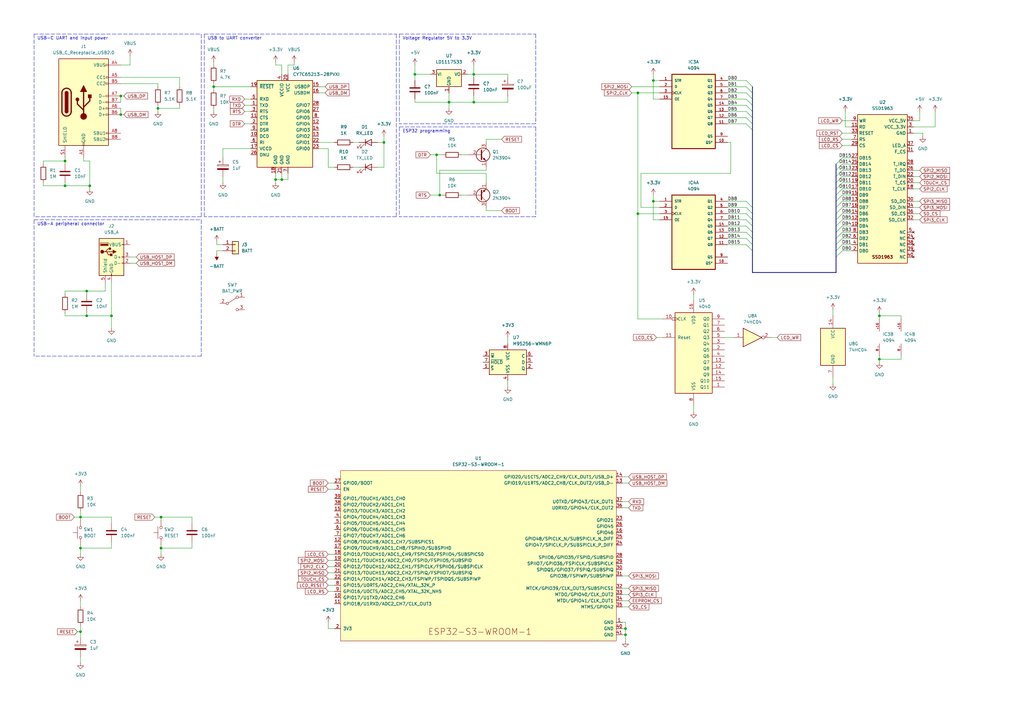
<source format=kicad_sch>
(kicad_sch (version 20211123) (generator eeschema)
  (paper "A3")
  (junction (at 180.34 80.01))
  (junction (at 360.68 129.54))
  (junction (at 261.62 38.1))
  (junction (at 33.02 224.79))
  (junction (at 267.97 82.55))
  (junction (at 33.02 212.09))
  (junction (at 26.67 66.04))
  (junction (at 115.57 73.66))
  (junction (at 36.83 76.2))
  (junction (at 179.07 63.5))
  (junction (at 64.77 44.45))
  (junction (at 66.04 212.09))
  (junction (at 33.02 259.08))
  (junction (at 184.15 41.91))
  (junction (at 360.68 147.32))
  (junction (at 26.67 76.2))
  (junction (at 113.03 73.66))
  (junction (at 35.56 129.54))
  (junction (at 87.63 35.56))
  (junction (at 45.72 129.54))
  (junction (at 49.53 46.99))
  (junction (at 261.62 87.63))
  (junction (at 194.31 41.91))
  (junction (at 49.53 39.37))
  (junction (at 194.31 30.48))
  (junction (at 35.56 119.38))
  (junction (at 256.54 260.35))
  (junction (at 267.97 33.02))
  (junction (at 170.18 30.48))
  (junction (at 256.54 257.81))
  (junction (at 157.48 58.42))
  (junction (at 66.04 224.79))
  (bus_entry (at 308.61 102.87) (size -2.54 -2.54))
  (bus_entry (at 308.61 100.33) (size -2.54 -2.54))
  (bus_entry (at 308.61 97.79) (size -2.54 -2.54))
  (bus_entry (at 308.61 95.25) (size -2.54 -2.54))
  (bus_entry (at 308.61 92.71) (size -2.54 -2.54))
  (bus_entry (at 308.61 90.17) (size -2.54 -2.54))
  (bus_entry (at 308.61 87.63) (size -2.54 -2.54))
  (bus_entry (at 308.61 85.09) (size -2.54 -2.54))
  (bus_entry (at 308.61 53.34) (size -2.54 -2.54))
  (bus_entry (at 308.61 50.8) (size -2.54 -2.54))
  (bus_entry (at 308.61 48.26) (size -2.54 -2.54))
  (bus_entry (at 308.61 45.72) (size -2.54 -2.54))
  (bus_entry (at 308.61 43.18) (size -2.54 -2.54))
  (bus_entry (at 308.61 40.64) (size -2.54 -2.54))
  (bus_entry (at 308.61 38.1) (size -2.54 -2.54))
  (bus_entry (at 308.61 35.56) (size -2.54 -2.54))
  (bus_entry (at 342.9 77.47) (size 2.54 -2.54))
  (bus_entry (at 342.9 80.01) (size 2.54 -2.54))
  (bus_entry (at 342.9 82.55) (size 2.54 -2.54))
  (bus_entry (at 342.9 85.09) (size 2.54 -2.54))
  (bus_entry (at 342.9 67.31) (size 2.54 -2.54))
  (bus_entry (at 342.9 69.85) (size 2.54 -2.54))
  (bus_entry (at 342.9 72.39) (size 2.54 -2.54))
  (bus_entry (at 342.9 74.93) (size 2.54 -2.54))
  (bus_entry (at 342.9 87.63) (size 2.54 -2.54))
  (bus_entry (at 342.9 90.17) (size 2.54 -2.54))
  (bus_entry (at 342.9 92.71) (size 2.54 -2.54))
  (bus_entry (at 342.9 100.33) (size 2.54 -2.54))
  (bus_entry (at 342.9 102.87) (size 2.54 -2.54))
  (bus_entry (at 342.9 105.41) (size 2.54 -2.54))
  (bus_entry (at 342.9 95.25) (size 2.54 -2.54))
  (bus_entry (at 342.9 97.79) (size 2.54 -2.54))
  (wire (pts (xy 208.28 156.21) (xy 208.28 158.75)))
  (bus (pts (xy 342.9 90.17) (xy 342.9 92.71)))
  (wire (pts (xy 49.53 26.67) (xy 53.34 26.67)))
  (polyline (pts (xy 219.71 52.07) (xy 219.71 88.9)))
  (wire (pts (xy 255.27 208.28) (xy 257.81 208.28)))
  (wire (pts (xy 189.23 63.5) (xy 191.77 63.5)))
  (wire (pts (xy 49.53 31.75) (xy 73.66 31.75)))
  (wire (pts (xy 87.63 34.29) (xy 87.63 35.56)))
  (wire (pts (xy 194.31 30.48) (xy 208.28 30.48)))
  (wire (pts (xy 17.78 74.93) (xy 17.78 76.2)))
  (wire (pts (xy 34.29 66.04) (xy 36.83 66.04)))
  (polyline (pts (xy 13.97 13.97) (xy 13.97 88.9)))
  (wire (pts (xy 298.45 87.63) (xy 306.07 87.63)))
  (wire (pts (xy 298.45 43.18) (xy 306.07 43.18)))
  (wire (pts (xy 298.45 58.42) (xy 299.72 58.42)))
  (polyline (pts (xy 219.71 50.8) (xy 163.83 50.8)))
  (wire (pts (xy 184.15 41.91) (xy 194.31 41.91)))
  (wire (pts (xy 378.46 54.61) (xy 378.46 55.88)))
  (bus (pts (xy 342.9 105.41) (xy 342.9 111.76)))
  (wire (pts (xy 91.44 72.39) (xy 91.44 74.93)))
  (wire (pts (xy 316.23 138.43) (xy 318.77 138.43)))
  (wire (pts (xy 113.03 71.12) (xy 113.03 73.66)))
  (wire (pts (xy 270.51 90.17) (xy 267.97 90.17)))
  (wire (pts (xy 66.04 224.79) (xy 78.74 224.79)))
  (wire (pts (xy 345.44 69.85) (xy 349.25 69.85)))
  (wire (pts (xy 259.08 38.1) (xy 261.62 38.1)))
  (wire (pts (xy 255.27 246.38) (xy 257.81 246.38)))
  (wire (pts (xy 130.81 38.1) (xy 133.35 38.1)))
  (wire (pts (xy 345.44 54.61) (xy 349.25 54.61)))
  (wire (pts (xy 45.72 214.63) (xy 45.72 212.09)))
  (wire (pts (xy 115.57 30.48) (xy 115.57 26.67)))
  (wire (pts (xy 298.45 95.25) (xy 306.07 95.25)))
  (wire (pts (xy 267.97 82.55) (xy 267.97 90.17)))
  (wire (pts (xy 134.62 232.41) (xy 137.16 232.41)))
  (wire (pts (xy 255.27 205.74) (xy 257.81 205.74)))
  (bus (pts (xy 308.61 43.18) (xy 308.61 45.72)))
  (polyline (pts (xy 163.83 52.07) (xy 219.71 52.07)))
  (wire (pts (xy 33.02 209.55) (xy 33.02 212.09)))
  (wire (pts (xy 115.57 71.12) (xy 115.57 73.66)))
  (wire (pts (xy 345.44 59.69) (xy 349.25 59.69)))
  (wire (pts (xy 26.67 128.27) (xy 26.67 129.54)))
  (wire (pts (xy 34.29 64.77) (xy 34.29 66.04)))
  (wire (pts (xy 256.54 260.35) (xy 256.54 262.89)))
  (wire (pts (xy 66.04 212.09) (xy 66.04 213.36)))
  (wire (pts (xy 199.39 57.15) (xy 199.39 58.42)))
  (wire (pts (xy 100.33 43.18) (xy 102.87 43.18)))
  (wire (pts (xy 298.45 48.26) (xy 306.07 48.26)))
  (bus (pts (xy 308.61 102.87) (xy 308.61 111.76)))
  (wire (pts (xy 91.44 60.96) (xy 91.44 64.77)))
  (wire (pts (xy 345.44 97.79) (xy 349.25 97.79)))
  (wire (pts (xy 374.65 85.09) (xy 377.19 85.09)))
  (wire (pts (xy 100.33 50.8) (xy 102.87 50.8)))
  (bus (pts (xy 342.9 74.93) (xy 342.9 77.47)))
  (wire (pts (xy 33.02 199.39) (xy 33.02 201.93)))
  (bus (pts (xy 342.9 67.31) (xy 342.9 69.85)))
  (wire (pts (xy 360.68 147.32) (xy 369.57 147.32)))
  (wire (pts (xy 299.72 71.12) (xy 262.89 71.12)))
  (wire (pts (xy 345.44 77.47) (xy 349.25 77.47)))
  (wire (pts (xy 345.44 72.39) (xy 349.25 72.39)))
  (polyline (pts (xy 163.83 13.97) (xy 163.83 50.8)))
  (wire (pts (xy 45.72 224.79) (xy 33.02 224.79)))
  (wire (pts (xy 262.89 71.12) (xy 262.89 85.09)))
  (wire (pts (xy 180.34 69.85) (xy 180.34 80.01)))
  (wire (pts (xy 255.27 260.35) (xy 256.54 260.35)))
  (wire (pts (xy 345.44 100.33) (xy 349.25 100.33)))
  (wire (pts (xy 297.18 138.43) (xy 300.99 138.43)))
  (wire (pts (xy 137.16 257.81) (xy 134.62 257.81)))
  (polyline (pts (xy 82.55 13.97) (xy 82.55 88.9)))
  (wire (pts (xy 26.67 76.2) (xy 26.67 74.93)))
  (wire (pts (xy 134.62 257.81) (xy 134.62 255.27)))
  (polyline (pts (xy 13.97 13.97) (xy 82.55 13.97)))
  (polyline (pts (xy 83.82 13.97) (xy 162.56 13.97)))
  (polyline (pts (xy 82.55 90.17) (xy 82.55 146.05)))
  (wire (pts (xy 120.65 26.67) (xy 118.11 26.67)))
  (wire (pts (xy 374.65 49.53) (xy 377.19 49.53)))
  (bus (pts (xy 308.61 40.64) (xy 308.61 43.18)))
  (wire (pts (xy 49.53 44.45) (xy 49.53 46.99)))
  (wire (pts (xy 299.72 58.42) (xy 299.72 71.12)))
  (wire (pts (xy 270.51 33.02) (xy 267.97 33.02)))
  (wire (pts (xy 115.57 26.67) (xy 113.03 26.67)))
  (wire (pts (xy 374.65 69.85) (xy 377.19 69.85)))
  (bus (pts (xy 342.9 80.01) (xy 342.9 82.55)))
  (bus (pts (xy 342.9 100.33) (xy 342.9 102.87)))
  (wire (pts (xy 284.48 166.37) (xy 284.48 168.91)))
  (wire (pts (xy 91.44 102.87) (xy 88.9 102.87)))
  (bus (pts (xy 342.9 72.39) (xy 342.9 74.93)))
  (wire (pts (xy 134.62 242.57) (xy 137.16 242.57)))
  (wire (pts (xy 43.18 115.57) (xy 43.18 119.38)))
  (wire (pts (xy 255.27 241.3) (xy 257.81 241.3)))
  (wire (pts (xy 255.27 195.58) (xy 257.81 195.58)))
  (wire (pts (xy 49.53 39.37) (xy 49.53 41.91)))
  (wire (pts (xy 374.65 52.07) (xy 383.54 52.07)))
  (wire (pts (xy 100.33 40.64) (xy 102.87 40.64)))
  (wire (pts (xy 35.56 129.54) (xy 35.56 128.27)))
  (wire (pts (xy 262.89 85.09) (xy 270.51 85.09)))
  (wire (pts (xy 179.07 63.5) (xy 181.61 63.5)))
  (wire (pts (xy 33.02 259.08) (xy 33.02 261.62)))
  (wire (pts (xy 33.02 246.38) (xy 33.02 248.92)))
  (wire (pts (xy 369.57 147.32) (xy 369.57 146.05)))
  (wire (pts (xy 383.54 52.07) (xy 383.54 45.72)))
  (bus (pts (xy 308.61 38.1) (xy 308.61 40.64)))
  (wire (pts (xy 64.77 44.45) (xy 64.77 45.72)))
  (wire (pts (xy 374.65 82.55) (xy 377.19 82.55)))
  (wire (pts (xy 267.97 82.55) (xy 267.97 80.01)))
  (wire (pts (xy 26.67 120.65) (xy 26.67 119.38)))
  (wire (pts (xy 157.48 55.88) (xy 157.48 58.42)))
  (polyline (pts (xy 163.83 13.97) (xy 219.71 13.97)))
  (wire (pts (xy 102.87 35.56) (xy 87.63 35.56)))
  (wire (pts (xy 64.77 44.45) (xy 73.66 44.45)))
  (bus (pts (xy 342.9 87.63) (xy 342.9 90.17)))
  (wire (pts (xy 199.39 74.93) (xy 199.39 71.12)))
  (wire (pts (xy 176.53 80.01) (xy 180.34 80.01)))
  (bus (pts (xy 342.9 77.47) (xy 342.9 80.01)))
  (wire (pts (xy 341.63 154.94) (xy 341.63 157.48)))
  (bus (pts (xy 308.61 45.72) (xy 308.61 48.26)))
  (wire (pts (xy 26.67 66.04) (xy 26.67 67.31)))
  (polyline (pts (xy 82.55 88.9) (xy 13.97 88.9)))
  (bus (pts (xy 308.61 111.76) (xy 342.9 111.76)))
  (wire (pts (xy 134.62 68.58) (xy 137.16 68.58)))
  (wire (pts (xy 134.62 198.12) (xy 137.16 198.12)))
  (wire (pts (xy 157.48 68.58) (xy 157.48 58.42)))
  (wire (pts (xy 118.11 26.67) (xy 118.11 30.48)))
  (wire (pts (xy 374.65 87.63) (xy 377.19 87.63)))
  (wire (pts (xy 113.03 73.66) (xy 113.03 74.93)))
  (wire (pts (xy 298.45 40.64) (xy 306.07 40.64)))
  (polyline (pts (xy 13.97 90.17) (xy 13.97 146.05)))
  (wire (pts (xy 170.18 30.48) (xy 170.18 33.02)))
  (wire (pts (xy 78.74 214.63) (xy 78.74 212.09)))
  (wire (pts (xy 341.63 127) (xy 341.63 129.54)))
  (wire (pts (xy 176.53 30.48) (xy 170.18 30.48)))
  (wire (pts (xy 208.28 138.43) (xy 208.28 140.97)))
  (wire (pts (xy 208.28 41.91) (xy 208.28 39.37)))
  (wire (pts (xy 100.33 45.72) (xy 102.87 45.72)))
  (wire (pts (xy 87.63 35.56) (xy 87.63 36.83)))
  (wire (pts (xy 255.27 255.27) (xy 256.54 255.27)))
  (wire (pts (xy 134.62 234.95) (xy 137.16 234.95)))
  (wire (pts (xy 255.27 236.22) (xy 257.81 236.22)))
  (wire (pts (xy 345.44 92.71) (xy 349.25 92.71)))
  (wire (pts (xy 134.62 60.96) (xy 134.62 68.58)))
  (wire (pts (xy 298.45 85.09) (xy 306.07 85.09)))
  (wire (pts (xy 180.34 80.01) (xy 181.61 80.01)))
  (wire (pts (xy 88.9 102.87) (xy 88.9 104.14)))
  (wire (pts (xy 374.65 54.61) (xy 378.46 54.61)))
  (wire (pts (xy 134.62 240.03) (xy 137.16 240.03)))
  (bus (pts (xy 308.61 92.71) (xy 308.61 95.25)))
  (wire (pts (xy 33.02 224.79) (xy 33.02 227.33)))
  (bus (pts (xy 308.61 53.34) (xy 308.61 85.09)))
  (wire (pts (xy 267.97 33.02) (xy 267.97 40.64)))
  (wire (pts (xy 35.56 119.38) (xy 35.56 120.65)))
  (wire (pts (xy 113.03 26.67) (xy 113.03 25.4)))
  (wire (pts (xy 53.34 107.95) (xy 55.88 107.95)))
  (wire (pts (xy 346.71 45.72) (xy 346.71 52.07)))
  (wire (pts (xy 360.68 129.54) (xy 360.68 130.81)))
  (wire (pts (xy 360.68 147.32) (xy 360.68 148.59)))
  (wire (pts (xy 345.44 102.87) (xy 349.25 102.87)))
  (wire (pts (xy 255.27 257.81) (xy 256.54 257.81)))
  (wire (pts (xy 176.53 63.5) (xy 179.07 63.5)))
  (wire (pts (xy 345.44 74.93) (xy 349.25 74.93)))
  (wire (pts (xy 118.11 71.12) (xy 118.11 73.66)))
  (wire (pts (xy 191.77 30.48) (xy 194.31 30.48)))
  (wire (pts (xy 36.83 76.2) (xy 26.67 76.2)))
  (wire (pts (xy 345.44 95.25) (xy 349.25 95.25)))
  (wire (pts (xy 199.39 86.36) (xy 199.39 85.09)))
  (wire (pts (xy 73.66 43.18) (xy 73.66 44.45)))
  (wire (pts (xy 377.19 49.53) (xy 377.19 45.72)))
  (wire (pts (xy 170.18 41.91) (xy 184.15 41.91)))
  (wire (pts (xy 91.44 100.33) (xy 88.9 100.33)))
  (bus (pts (xy 308.61 95.25) (xy 308.61 97.79)))
  (wire (pts (xy 345.44 64.77) (xy 349.25 64.77)))
  (polyline (pts (xy 163.83 52.07) (xy 163.83 88.9)))
  (wire (pts (xy 179.07 71.12) (xy 179.07 63.5)))
  (bus (pts (xy 308.61 50.8) (xy 308.61 53.34)))
  (wire (pts (xy 134.62 229.87) (xy 137.16 229.87)))
  (wire (pts (xy 360.68 128.27) (xy 360.68 129.54)))
  (wire (pts (xy 66.04 223.52) (xy 66.04 224.79)))
  (bus (pts (xy 342.9 69.85) (xy 342.9 72.39)))
  (wire (pts (xy 259.08 35.56) (xy 270.51 35.56)))
  (wire (pts (xy 35.56 129.54) (xy 45.72 129.54)))
  (wire (pts (xy 345.44 80.01) (xy 349.25 80.01)))
  (wire (pts (xy 154.94 68.58) (xy 157.48 68.58)))
  (wire (pts (xy 26.67 64.77) (xy 26.67 66.04)))
  (polyline (pts (xy 83.82 13.97) (xy 83.82 88.9)))
  (wire (pts (xy 256.54 257.81) (xy 256.54 260.35)))
  (wire (pts (xy 49.53 34.29) (xy 64.77 34.29)))
  (wire (pts (xy 170.18 40.64) (xy 170.18 41.91)))
  (wire (pts (xy 36.83 76.2) (xy 36.83 77.47)))
  (wire (pts (xy 261.62 87.63) (xy 270.51 87.63)))
  (wire (pts (xy 64.77 43.18) (xy 64.77 44.45)))
  (wire (pts (xy 345.44 49.53) (xy 349.25 49.53)))
  (bus (pts (xy 342.9 97.79) (xy 342.9 100.33)))
  (wire (pts (xy 194.31 39.37) (xy 194.31 41.91)))
  (wire (pts (xy 194.31 41.91) (xy 208.28 41.91)))
  (wire (pts (xy 345.44 82.55) (xy 349.25 82.55)))
  (wire (pts (xy 45.72 115.57) (xy 45.72 129.54)))
  (wire (pts (xy 374.65 90.17) (xy 377.19 90.17)))
  (wire (pts (xy 298.45 50.8) (xy 306.07 50.8)))
  (bus (pts (xy 308.61 48.26) (xy 308.61 50.8)))
  (wire (pts (xy 194.31 26.67) (xy 194.31 30.48)))
  (wire (pts (xy 255.27 198.12) (xy 257.81 198.12)))
  (wire (pts (xy 360.68 146.05) (xy 360.68 147.32)))
  (wire (pts (xy 255.27 243.84) (xy 257.81 243.84)))
  (bus (pts (xy 342.9 82.55) (xy 342.9 85.09)))
  (wire (pts (xy 33.02 212.09) (xy 45.72 212.09)))
  (wire (pts (xy 130.81 60.96) (xy 134.62 60.96)))
  (bus (pts (xy 308.61 100.33) (xy 308.61 102.87)))
  (wire (pts (xy 270.51 38.1) (xy 261.62 38.1)))
  (wire (pts (xy 33.02 256.54) (xy 33.02 259.08)))
  (polyline (pts (xy 82.55 146.05) (xy 13.97 146.05)))
  (wire (pts (xy 298.45 100.33) (xy 306.07 100.33)))
  (wire (pts (xy 78.74 224.79) (xy 78.74 222.25)))
  (wire (pts (xy 360.68 129.54) (xy 369.57 129.54)))
  (wire (pts (xy 170.18 26.67) (xy 170.18 30.48)))
  (wire (pts (xy 374.65 77.47) (xy 377.19 77.47)))
  (wire (pts (xy 208.28 31.75) (xy 208.28 30.48)))
  (wire (pts (xy 130.81 35.56) (xy 133.35 35.56)))
  (wire (pts (xy 134.62 200.66) (xy 137.16 200.66)))
  (wire (pts (xy 184.15 41.91) (xy 184.15 38.1)))
  (wire (pts (xy 66.04 224.79) (xy 66.04 227.33)))
  (wire (pts (xy 63.5 212.09) (xy 66.04 212.09)))
  (polyline (pts (xy 219.71 88.9) (xy 163.83 88.9)))
  (wire (pts (xy 154.94 58.42) (xy 157.48 58.42)))
  (wire (pts (xy 194.31 30.48) (xy 194.31 31.75)))
  (bus (pts (xy 342.9 102.87) (xy 342.9 105.41)))
  (polyline (pts (xy 219.71 13.97) (xy 219.71 50.8)))
  (wire (pts (xy 87.63 25.4) (xy 87.63 26.67)))
  (wire (pts (xy 184.15 41.91) (xy 184.15 44.45)))
  (wire (pts (xy 267.97 30.48) (xy 267.97 33.02)))
  (bus (pts (xy 342.9 85.09) (xy 342.9 87.63)))
  (bus (pts (xy 308.61 87.63) (xy 308.61 90.17)))
  (wire (pts (xy 64.77 34.29) (xy 64.77 35.56)))
  (bus (pts (xy 342.9 92.71) (xy 342.9 95.25)))
  (wire (pts (xy 26.67 119.38) (xy 35.56 119.38)))
  (wire (pts (xy 271.78 130.81) (xy 261.62 130.81)))
  (wire (pts (xy 199.39 68.58) (xy 199.39 69.85)))
  (wire (pts (xy 134.62 227.33) (xy 137.16 227.33)))
  (wire (pts (xy 43.18 119.38) (xy 35.56 119.38)))
  (wire (pts (xy 45.72 129.54) (xy 45.72 134.62)))
  (wire (pts (xy 49.53 46.99) (xy 50.8 46.99)))
  (wire (pts (xy 345.44 85.09) (xy 349.25 85.09)))
  (bus (pts (xy 308.61 85.09) (xy 308.61 87.63)))
  (wire (pts (xy 369.57 130.81) (xy 369.57 129.54)))
  (wire (pts (xy 134.62 237.49) (xy 137.16 237.49)))
  (wire (pts (xy 53.34 26.67) (xy 53.34 22.86)))
  (bus (pts (xy 308.61 90.17) (xy 308.61 92.71)))
  (wire (pts (xy 73.66 31.75) (xy 73.66 35.56)))
  (wire (pts (xy 345.44 67.31) (xy 349.25 67.31)))
  (wire (pts (xy 298.45 38.1) (xy 306.07 38.1)))
  (wire (pts (xy 349.25 52.07) (xy 346.71 52.07)))
  (bus (pts (xy 342.9 95.25) (xy 342.9 97.79)))
  (polyline (pts (xy 162.56 88.9) (xy 83.82 88.9)))
  (wire (pts (xy 189.23 80.01) (xy 191.77 80.01)))
  (wire (pts (xy 87.63 44.45) (xy 87.63 45.72)))
  (wire (pts (xy 130.81 58.42) (xy 137.16 58.42)))
  (wire (pts (xy 30.48 212.09) (xy 33.02 212.09)))
  (wire (pts (xy 17.78 67.31) (xy 17.78 66.04)))
  (polyline (pts (xy 13.97 90.17) (xy 82.55 90.17)))
  (wire (pts (xy 298.45 82.55) (xy 306.07 82.55)))
  (wire (pts (xy 298.45 35.56) (xy 306.07 35.56)))
  (wire (pts (xy 374.65 74.93) (xy 377.19 74.93)))
  (bus (pts (xy 308.61 97.79) (xy 308.61 100.33)))
  (wire (pts (xy 33.02 269.24) (xy 33.02 271.78)))
  (wire (pts (xy 17.78 76.2) (xy 26.67 76.2)))
  (wire (pts (xy 374.65 72.39) (xy 377.19 72.39)))
  (wire (pts (xy 256.54 255.27) (xy 256.54 257.81)))
  (wire (pts (xy 66.04 212.09) (xy 78.74 212.09)))
  (wire (pts (xy 261.62 87.63) (xy 261.62 130.81)))
  (wire (pts (xy 144.78 68.58) (xy 147.32 68.58)))
  (wire (pts (xy 53.34 105.41) (xy 55.88 105.41)))
  (wire (pts (xy 49.53 39.37) (xy 50.8 39.37)))
  (wire (pts (xy 45.72 222.25) (xy 45.72 224.79)))
  (wire (pts (xy 298.45 90.17) (xy 306.07 90.17)))
  (wire (pts (xy 269.24 138.43) (xy 271.78 138.43)))
  (wire (pts (xy 261.62 38.1) (xy 261.62 87.63)))
  (wire (pts (xy 298.45 92.71) (xy 306.07 92.71)))
  (wire (pts (xy 113.03 73.66) (xy 115.57 73.66)))
  (wire (pts (xy 345.44 57.15) (xy 349.25 57.15)))
  (wire (pts (xy 33.02 224.79) (xy 33.02 223.52)))
  (wire (pts (xy 199.39 69.85) (xy 180.34 69.85)))
  (wire (pts (xy 36.83 66.04) (xy 36.83 76.2)))
  (wire (pts (xy 284.48 120.65) (xy 284.48 123.19)))
  (wire (pts (xy 298.45 33.02) (xy 306.07 33.02)))
  (wire (pts (xy 205.74 57.15) (xy 199.39 57.15)))
  (wire (pts (xy 298.45 97.79) (xy 306.07 97.79)))
  (wire (pts (xy 270.51 82.55) (xy 267.97 82.55)))
  (wire (pts (xy 345.44 87.63) (xy 349.25 87.63)))
  (wire (pts (xy 33.02 212.09) (xy 33.02 213.36)))
  (wire (pts (xy 345.44 90.17) (xy 349.25 90.17)))
  (wire (pts (xy 270.51 40.64) (xy 267.97 40.64)))
  (wire (pts (xy 255.27 248.92) (xy 257.81 248.92)))
  (wire (pts (xy 120.65 25.4) (xy 120.65 26.67)))
  (wire (pts (xy 115.57 73.66) (xy 118.11 73.66)))
  (wire (pts (xy 17.78 66.04) (xy 26.67 66.04)))
  (wire (pts (xy 102.87 60.96) (xy 91.44 60.96)))
  (wire (pts (xy 88.9 100.33) (xy 88.9 99.06)))
  (wire (pts (xy 26.67 129.54) (xy 35.56 129.54)))
  (wire (pts (xy 298.45 45.72) (xy 306.07 45.72)))
  (wire (pts (xy 31.75 259.08) (xy 33.02 259.08)))
  (polyline (pts (xy 162.56 13.97) (xy 162.56 88.9)))
  (wire (pts (xy 144.78 58.42) (xy 147.32 58.42)))
  (bus (pts (xy 308.61 35.56) (xy 308.61 38.1)))
  (wire (pts (xy 205.74 86.36) (xy 199.39 86.36)))
  (wire (pts (xy 199.39 71.12) (xy 179.07 71.12)))
  (text "USB-A peripheral connector" (at 15.24 92.71 0) (effects (font (size 1.27 1.27)) (justify left bottom)))
  (text "ESP32 programming" (at 165.1 54.61 0) (effects (font (size 1.27 1.27)) (justify left bottom)))
  (text "Voltage Regulator 5V to 3.3V" (at 165.1 16.51 0) (effects (font (size 1.27 1.27)) (justify left bottom)))
  (text "USB to UART converter" (at 85.09 16.51 0) (effects (font (size 1.27 1.27)) (justify left bottom)))
  (text "USB-C UART and input power" (at 15.24 16.51 0) (effects (font (size 1.27 1.27)) (justify left bottom)))
  (label "DB5" (at 298.45 45.72 0))
  (label "DB2" (at 298.45 38.1 0))
  (label "DB10" (at 298.45 87.63 0))
  (label "DB15" (at 349.25 64.77 180))
  (label "DB3" (at 349.25 95.25 180))
  (label "DB6" (at 349.25 87.63 180))
  (label "DB8" (at 349.25 82.55 180))
  (label "DB7" (at 349.25 85.09 180))
  (label "DB14" (at 349.25 67.31 180))
  (label "DB3" (at 298.45 40.64 0))
  (label "DB8" (at 298.45 82.55 0))
  (label "DB9" (at 349.25 80.01 180))
  (label "DB1" (at 298.45 35.56 0))
  (label "DB9" (at 298.45 85.09 0))
  (label "DB14" (at 298.45 97.79 0))
  (label "DB4" (at 298.45 43.18 0))
  (label "DB4" (at 349.25 92.71 180))
  (label "DB13" (at 298.45 95.25 0))
  (label "DB0" (at 349.25 102.87 180))
  (label "DB5" (at 349.25 90.17 180))
  (label "DB11" (at 349.25 74.93 180))
  (label "DB0" (at 298.45 33.02 0))
  (label "DB2" (at 349.25 97.79 180))
  (label "DB7" (at 298.45 50.8 0))
  (label "DB6" (at 298.45 48.26 0))
  (label "DB15" (at 298.45 100.33 0))
  (label "DB12" (at 349.25 72.39 180))
  (label "DB1" (at 349.25 100.33 180))
  (label "DB10" (at 349.25 77.47 180))
  (label "DB12" (at 298.45 92.71 0))
  (label "DB13" (at 349.25 69.85 180))
  (label "DB11" (at 298.45 90.17 0))
  (global_label "USB_HOST_DP" (shape input) (at 55.88 105.41 0) (property "Intersheet References" "${INTERSHEET_REFS}" (effects hide)))
  (global_label "LCD_WR" (shape input) (at 318.77 138.43 0) (property "Intersheet References" "${INTERSHEET_REFS}" (effects hide)))
  (global_label "SPI3_CLK" (shape input) (at 257.81 243.84 0) (property "Intersheet References" "${INTERSHEET_REFS}" (effects hide)))
  (global_label "LCD_CS" (shape input) (at 269.24 138.43 180) (property "Intersheet References" "${INTERSHEET_REFS}" (effects hide)))
  (global_label "SPI3_MOSI" (shape input) (at 377.19 85.09 0) (property "Intersheet References" "${INTERSHEET_REFS}" (effects hide)))
  (global_label "LCD_RS" (shape input) (at 134.62 242.57 180) (property "Intersheet References" "${INTERSHEET_REFS}" (effects hide)))
  (global_label "SPI3_MOSI" (shape input) (at 257.81 236.22 0) (property "Intersheet References" "${INTERSHEET_REFS}" (effects hide)))
  (global_label "LCD_RS" (shape input) (at 345.44 57.15 180) (property "Intersheet References" "${INTERSHEET_REFS}" (effects hide)))
  (global_label "LCD_CS" (shape input) (at 345.44 59.69 180) (property "Intersheet References" "${INTERSHEET_REFS}" (effects hide)))
  (global_label "RESET" (shape input) (at 31.75 259.08 180) (property "Intersheet References" "${INTERSHEET_REFS}" (effects hide)))
  (global_label "SPI3_MISO" (shape input) (at 377.19 82.55 0) (property "Intersheet References" "${INTERSHEET_REFS}" (effects hide)))
  (global_label "BOOT" (shape input) (at 205.74 86.36 0) (property "Intersheet References" "${INTERSHEET_REFS}" (effects hide)))
  (global_label "SPI3_MISO" (shape input) (at 257.81 241.3 0) (property "Intersheet References" "${INTERSHEET_REFS}" (effects hide)))
  (global_label "SD_CS" (shape input) (at 377.19 87.63 0) (property "Intersheet References" "${INTERSHEET_REFS}" (effects hide)))
  (global_label "USB_DP" (shape input) (at 133.35 35.56 0) (property "Intersheet References" "${INTERSHEET_REFS}" (effects hide)))
  (global_label "USB_DM" (shape input) (at 50.8 46.99 0) (property "Intersheet References" "${INTERSHEET_REFS}" (effects hide)))
  (global_label "LCD_RESET" (shape input) (at 134.62 240.03 180) (property "Intersheet References" "${INTERSHEET_REFS}" (effects hide)))
  (global_label "RTS" (shape input) (at 100.33 45.72 180) (property "Intersheet References" "${INTERSHEET_REFS}" (effects hide)))
  (global_label "RTS" (shape input) (at 176.53 80.01 180) (property "Intersheet References" "${INTERSHEET_REFS}" (effects hide)))
  (global_label "SPI3_CLK" (shape input) (at 377.19 90.17 0) (property "Intersheet References" "${INTERSHEET_REFS}" (effects hide)))
  (global_label "TXD" (shape input) (at 257.81 208.28 0) (property "Intersheet References" "${INTERSHEET_REFS}" (effects hide)))
  (global_label "DTR" (shape input) (at 176.53 63.5 180) (property "Intersheet References" "${INTERSHEET_REFS}" (effects hide)))
  (global_label "TOUCH_CS" (shape input) (at 377.19 74.93 0) (property "Intersheet References" "${INTERSHEET_REFS}" (effects hide)))
  (global_label "DTR" (shape input) (at 100.33 50.8 180) (property "Intersheet References" "${INTERSHEET_REFS}" (effects hide)))
  (global_label "RXD" (shape input) (at 257.81 205.74 0) (property "Intersheet References" "${INTERSHEET_REFS}" (effects hide)))
  (global_label "TOUCH_CS" (shape input) (at 134.62 237.49 180) (property "Intersheet References" "${INTERSHEET_REFS}" (effects hide)))
  (global_label "RESET" (shape input) (at 134.62 200.66 180) (property "Intersheet References" "${INTERSHEET_REFS}" (effects hide)))
  (global_label "SD_CS" (shape input) (at 257.81 248.92 0) (property "Intersheet References" "${INTERSHEET_REFS}" (effects hide)))
  (global_label "USB_DM" (shape input) (at 133.35 38.1 0) (property "Intersheet References" "${INTERSHEET_REFS}" (effects hide)))
  (global_label "LCD_RST" (shape input) (at 345.44 54.61 180) (property "Intersheet References" "${INTERSHEET_REFS}" (effects hide)))
  (global_label "SPI2_MOSI" (shape input) (at 134.62 229.87 180) (property "Intersheet References" "${INTERSHEET_REFS}" (effects hide)))
  (global_label "RESET" (shape input) (at 205.74 57.15 0) (property "Intersheet References" "${INTERSHEET_REFS}" (effects hide)))
  (global_label "USB_DP" (shape input) (at 50.8 39.37 0) (property "Intersheet References" "${INTERSHEET_REFS}" (effects hide)))
  (global_label "USB_HOST_DM" (shape input) (at 257.81 198.12 0) (property "Intersheet References" "${INTERSHEET_REFS}" (effects hide)))
  (global_label "SPI2_CLK" (shape input) (at 377.19 77.47 0) (property "Intersheet References" "${INTERSHEET_REFS}" (effects hide)))
  (global_label "LCD_WR" (shape input) (at 345.44 49.53 180) (property "Intersheet References" "${INTERSHEET_REFS}" (effects hide)))
  (global_label "BOOT" (shape input) (at 30.48 212.09 180) (property "Intersheet References" "${INTERSHEET_REFS}" (effects hide)))
  (global_label "SPI2_MISO" (shape input) (at 377.19 69.85 0) (property "Intersheet References" "${INTERSHEET_REFS}" (effects hide)))
  (global_label "SPI2_MOSI" (shape input) (at 377.19 72.39 0) (property "Intersheet References" "${INTERSHEET_REFS}" (effects hide)))
  (global_label "LCD_CS" (shape input) (at 134.62 227.33 180) (property "Intersheet References" "${INTERSHEET_REFS}" (effects hide)))
  (global_label "BOOT" (shape input) (at 134.62 198.12 180) (property "Intersheet References" "${INTERSHEET_REFS}" (effects hide)))
  (global_label "RXD" (shape input) (at 100.33 40.64 180) (property "Intersheet References" "${INTERSHEET_REFS}" (effects hide)))
  (global_label "EEPROM_CS" (shape input) (at 257.81 246.38 0) (property "Intersheet References" "${INTERSHEET_REFS}" (effects hide)))
  (global_label "USB_HOST_DM" (shape input) (at 55.88 107.95 0) (property "Intersheet References" "${INTERSHEET_REFS}" (effects hide)))
  (global_label "RESET" (shape input) (at 63.5 212.09 180) (property "Intersheet References" "${INTERSHEET_REFS}" (effects hide)))
  (global_label "SPI2_MOSI" (shape input) (at 259.08 35.56 180) (property "Intersheet References" "${INTERSHEET_REFS}" (effects hide)))
  (global_label "SPI2_CLK" (shape input) (at 259.08 38.1 180) (property "Intersheet References" "${INTERSHEET_REFS}" (effects hide)))
  (global_label "USB_HOST_DP" (shape input) (at 257.81 195.58 0) (property "Intersheet References" "${INTERSHEET_REFS}" (effects hide)))
  (global_label "SPI2_MISO" (shape input) (at 134.62 234.95 180) (property "Intersheet References" "${INTERSHEET_REFS}" (effects hide)))
  (global_label "TXD" (shape input) (at 100.33 43.18 180) (property "Intersheet References" "${INTERSHEET_REFS}" (effects hide)))
  (global_label "SPI2_CLK" (shape input) (at 134.62 232.41 180) (property "Intersheet References" "${INTERSHEET_REFS}" (effects hide)))
  (symbol (lib_id "power:+3.3V") (at 383.54 45.72 0) (unit 1)
    (property "Reference" "#PWR0127" (effects hide))
    (property "Value" "+3.3V" (at 383.54 40.64 0))
  )
  (symbol (lib_id "Device:C") (at 26.67 71.12 0) (unit 1)
    (property "Reference" "C1" (at 30.48 69.8499 0) (effects (justify left)))
    (property "Value" "10nF" (at 30.48 72.3899 0) (effects (justify left)))
    (property "Footprint" "Capacitor_SMD:C_1206_3216Metric_Pad1.33x1.80mm_HandSolder" (effects hide))
  )
  (symbol (lib_id "power:+3.3V") (at 267.97 30.48 0) (unit 1)
    (property "Reference" "#PWR0131" (effects hide))
    (property "Value" "+3.3V" (at 267.97 25.4 0))
  )
  (symbol (lib_id "Espressif:ESP32-S3-WROOM-1") (at 196.85 227.33 0) (unit 1)
    (property "Reference" "U1" (at 196.215 187.96 0))
    (property "Value" "ESP32-S3-WROOM-1" (at 196.215 190.5 0))
    (property "Footprint" "Espressif:ESP32-S3-WROOM-1" (effects hide))
    (property "Datasheet" "https://www.espressif.com/sites/default/files/documentation/esp32-s3-wroom-1_wroom-1u_datasheet_en.pdf" (effects hide))
  )
  (symbol (lib_id "Device:R") (at 73.66 39.37 0) (unit 1)
    (property "Reference" "R8" (at 76.2 38.0999 0) (effects (justify left)))
    (property "Value" "5.1K" (at 76.2 40.6399 0) (effects (justify left)))
    (property "Footprint" "Resistor_SMD:R_1206_3216Metric_Pad1.30x1.75mm_HandSolder" (effects hide))
  )
  (symbol (lib_id "Device:R") (at 17.78 71.12 180) (unit 1)
    (property "Reference" "R1" (at 20.32 69.8499 0) (effects (justify right)))
    (property "Value" "1M" (at 20.32 72.3899 0) (effects (justify right)))
    (property "Footprint" "Resistor_SMD:R_1206_3216Metric_Pad1.30x1.75mm_HandSolder" (effects hide))
  )
  (symbol (lib_id "power:+3.3V") (at 113.03 25.4 0) (unit 1)
    (property "Reference" "#PWR0102" (effects hide))
    (property "Value" "+3.3V" (at 113.03 20.32 0))
  )
  (symbol (lib_id "Device:C") (at 194.31 35.56 0) (unit 1)
    (property "Reference" "C?" (at 198.12 34.2899 0) (effects (justify left)))
    (property "Value" "100nF" (at 198.12 36.8299 0) (effects (justify left)))
    (property "Footprint" "Capacitor_SMD:C_1206_3216Metric_Pad1.33x1.80mm_HandSolder" (effects hide))
  )
  (symbol (lib_id "Connector:USB_C_Receptacle_USB2.0") (at 34.29 41.91 0) (unit 1)
    (property "Reference" "J1" (at 34.29 19.05 0))
    (property "Value" "USB_C_Receptacle_USB2.0" (at 34.29 21.59 0))
    (property "Footprint" "Connector_USB:USB_C_Receptacle_Palconn_UTC16-G" (effects hide))
    (property "Datasheet" "https://www.usb.org/sites/default/files/documents/usb_type-c.zip" (effects hide))
  )
  (symbol (lib_id "power:+5V") (at 170.18 26.67 0) (unit 1)
    (property "Reference" "#PWR?" (effects hide))
    (property "Value" "+5V" (at 170.18 21.59 0))
  )
  (symbol (lib_id "Regulator_Linear:LD1117S33TR_SOT223") (at 184.15 30.48 0) (unit 1)
    (property "Reference" "U?" (at 184.15 22.86 0))
    (property "Value" "LD1117S33" (at 184.15 25.4 0))
    (property "Footprint" "Package_TO_SOT_SMD:TO-252-3_TabPin2" (effects hide))
    (property "Datasheet" "http://www.st.com/st-web-ui/static/active/en/resource/technical/document/datasheet/CD00000544.pdf" (effects hide))
  )
  (symbol (lib_id "Custom:SSD1963") (at 361.95 72.39 0) (unit 1)
    (property "Reference" "U2" (at 361.95 41.91 0))
    (property "Value" "SSD1963" (at 361.95 44.45 0))
    (property "Footprint" "Custom:SSD1963" (effects hide))
  )
  (symbol (lib_id "power:GND") (at 256.54 262.89 0) (unit 1)
    (property "Reference" "#PWR0111" (effects hide))
    (property "Value" "GND" (at 256.54 267.97 0))
  )
  (symbol (lib_id "power:GND") (at 208.28 158.75 0) (unit 1)
    (property "Reference" "#PWR0112" (effects hide))
    (property "Value" "GND" (at 208.28 163.83 0))
  )
  (symbol (lib_id "Memory_EEPROM:M95256-WMN6P") (at 208.28 148.59 0) (unit 1)
    (property "Reference" "U7" (at 210.2994 138.43 0) (effects (justify left)))
    (property "Value" "M95256-WMN6P" (at 210.2994 140.97 0) (effects (justify left)))
    (property "Footprint" "Package_SO:SOIC-8_3.9x4.9mm_P1.27mm" (effects hide))
    (property "Datasheet" "http://www.st.com/content/ccc/resource/technical/document/datasheet/9d/75/f0/3e/76/00/4c/0b/CD00103810.pdf/files/CD00103810.pdf/jcr:content/translations/en.CD00103810.pdf" (effects hide))
  )
  (symbol (lib_id "Interface_USB:CY7C65213-28PVXI") (at 115.57 50.8 0) (unit 1)
    (property "Reference" "U6" (at 120.1294 27.94 0) (effects (justify left)))
    (property "Value" "CY7C65213-28PVXI" (at 120.1294 30.48 0) (effects (justify left)))
    (property "Footprint" "Package_SO:SSOP-28_5.3x10.2mm_P0.65mm" (effects hide))
    (property "Datasheet" "http://www.cypress.com/file/139881/download" (effects hide))
  )
  (symbol (lib_id "power:+3V3") (at 33.02 246.38 0) (unit 1)
    (property "Reference" "#PWR0107" (effects hide))
    (property "Value" "+3V3" (at 33.02 241.3 0))
  )
  (symbol (lib_id "4094:4094") (at 285.75 45.72 0) (unit 1)
    (property "Reference" "IC3" (at 284.48 25.4 0))
    (property "Value" "4094" (at 284.48 27.94 0))
    (property "Footprint" "Package_SO:SO-16_3.9x9.9mm_P1.27mm" (effects hide))
  )
  (symbol (lib_id "power:-BATT") (at 88.9 104.14 180) (unit 1)
    (property "Reference" "#PWR?" (effects hide))
    (property "Value" "-BATT" (at 88.9 109.22 0))
  )
  (symbol (lib_id "4094:4094") (at 369.57 138.43 0) (unit 2)
    (property "Reference" "IC4" (at 370.84 137.0716 0) (effects (justify left)))
    (property "Value" "4094" (at 370.84 139.6116 0) (effects (justify left)))
    (property "Footprint" "Package_SO:SO-16_3.9x9.9mm_P1.27mm" (effects hide))
  )
  (symbol (lib_id "Device:R") (at 87.63 30.48 0) (unit 1)
    (property "Reference" "R?" (at 90.17 29.2099 0) (effects (justify left)))
    (property "Value" "4.7K" (at 90.17 31.7499 0) (effects (justify left)))
    (property "Footprint" "Resistor_SMD:R_1206_3216Metric_Pad1.30x1.75mm_HandSolder" (effects hide))
  )
  (symbol (lib_id "Device:C") (at 170.18 36.83 0) (unit 1)
    (property "Reference" "C?" (at 173.99 35.5599 0) (effects (justify left)))
    (property "Value" "100nF" (at 173.99 38.0999 0) (effects (justify left)))
    (property "Footprint" "Capacitor_SMD:C_1206_3216Metric_Pad1.33x1.80mm_HandSolder" (effects hide))
  )
  (symbol (lib_id "Device:R") (at 64.77 39.37 0) (unit 1)
    (property "Reference" "R7" (at 67.31 38.0999 0) (effects (justify left)))
    (property "Value" "5.1K" (at 67.31 40.6399 0) (effects (justify left)))
    (property "Footprint" "Resistor_SMD:R_1206_3216Metric_Pad1.30x1.75mm_HandSolder" (effects hide))
  )
  (symbol (lib_id "Device:C") (at 45.72 218.44 0) (unit 1)
    (property "Reference" "C4" (at 49.53 217.1699 0) (effects (justify left)))
    (property "Value" "100nF" (at 49.53 219.7099 0) (effects (justify left)))
    (property "Footprint" "Capacitor_SMD:C_1206_3216Metric_Pad1.33x1.80mm_HandSolder" (effects hide))
  )
  (symbol (lib_id "power:VBUS") (at 53.34 22.86 0) (unit 1)
    (property "Reference" "#PWR0122" (effects hide))
    (property "Value" "VBUS" (at 53.34 17.78 0))
  )
  (symbol (lib_id "power:GND") (at 45.72 134.62 0) (unit 1)
    (property "Reference" "#PWR0101" (effects hide))
    (property "Value" "GND" (at 45.72 139.7 0))
  )
  (symbol (lib_id "power:VBUS") (at 87.63 25.4 0) (unit 1)
    (property "Reference" "#PWR?" (effects hide))
    (property "Value" "VBUS" (at 87.63 20.32 0))
  )
  (symbol (lib_id "power:GND") (at 378.46 55.88 0) (unit 1)
    (property "Reference" "#PWR0129" (effects hide))
    (property "Value" "GND" (at 378.46 60.96 0))
  )
  (symbol (lib_id "power:GND") (at 33.02 271.78 0) (unit 1)
    (property "Reference" "#PWR0109" (effects hide))
    (property "Value" "GND" (at 33.02 276.86 0))
  )
  (symbol (lib_id "Device:R") (at 26.67 124.46 180) (unit 1)
    (property "Reference" "R2" (at 29.21 123.1899 0) (effects (justify right)))
    (property "Value" "1M" (at 29.21 125.7299 0) (effects (justify right)))
    (property "Footprint" "Resistor_SMD:R_1206_3216Metric_Pad1.30x1.75mm_HandSolder" (effects hide))
  )
  (symbol (lib_id "power:GND") (at 33.02 227.33 0) (unit 1)
    (property "Reference" "#PWR0108" (effects hide))
    (property "Value" "GND" (at 33.02 232.41 0))
  )
  (symbol (lib_id "power:GND") (at 341.63 157.48 0) (unit 1)
    (property "Reference" "#PWR0117" (effects hide))
    (property "Value" "GND" (at 341.63 162.56 0))
  )
  (symbol (lib_id "power:GND") (at 66.04 227.33 0) (unit 1)
    (property "Reference" "#PWR0106" (effects hide))
    (property "Value" "GND" (at 66.04 232.41 0))
  )
  (symbol (lib_id "power:+5V") (at 377.19 45.72 0) (unit 1)
    (property "Reference" "#PWR0128" (effects hide))
    (property "Value" "+5V" (at 377.19 40.64 0))
  )
  (symbol (lib_id "4094:4094") (at 360.68 138.43 0) (unit 2)
    (property "Reference" "IC3" (at 361.95 137.0716 0) (effects (justify left)))
    (property "Value" "4094" (at 361.95 139.6116 0) (effects (justify left)))
    (property "Footprint" "Package_SO:SO-16_3.9x9.9mm_P1.27mm" (effects hide))
  )
  (symbol (lib_id "power:VBUS") (at 120.65 25.4 0) (unit 1)
    (property "Reference" "#PWR0103" (effects hide))
    (property "Value" "VBUS" (at 120.65 20.32 0))
  )
  (symbol (lib_id "Switch:SW_Push") (at 33.02 218.44 90) (unit 1)
    (property "Reference" "SW1" (at 34.29 217.1699 90) (effects (justify right)))
    (property "Value" "BOOT" (at 34.29 219.7099 90) (effects (justify right)))
    (property "Footprint" "Button_Switch_THT:SW_PUSH_6mm" (effects hide))
  )
  (symbol (lib_id "Device:R") (at 87.63 40.64 0) (unit 1)
    (property "Reference" "R?" (at 90.17 39.3699 0) (effects (justify left)))
    (property "Value" "10K" (at 90.17 41.9099 0) (effects (justify left)))
    (property "Footprint" "Resistor_SMD:R_1206_3216Metric_Pad1.30x1.75mm_HandSolder" (effects hide))
  )
  (symbol (lib_id "74xx:74HC04") (at 341.63 142.24 0) (unit 7)
    (property "Reference" "U8" (at 347.98 140.9699 0) (effects (justify left)))
    (property "Value" "74HC04" (at 347.98 143.5099 0) (effects (justify left)))
    (property "Footprint" "Package_SO:SO-14_3.9x8.65mm_P1.27mm" (effects hide))
    (property "Datasheet" "https://assets.nexperia.com/documents/data-sheet/74HC_HCT04.pdf" (effects hide))
  )
  (symbol (lib_id "power:GND") (at 36.83 77.47 0) (unit 1)
    (property "Reference" "#PWR0123" (effects hide))
    (property "Value" "GND" (at 36.83 82.55 0))
  )
  (symbol (lib_id "power:+3V3") (at 33.02 199.39 0) (unit 1)
    (property "Reference" "#PWR0105" (effects hide))
    (property "Value" "+3V3" (at 33.02 194.31 0))
  )
  (symbol (lib_id "power:+3.3V") (at 346.71 45.72 0) (unit 1)
    (property "Reference" "#PWR0126" (effects hide))
    (property "Value" "+3.3V" (at 346.71 40.64 0))
  )
  (symbol (lib_id "power:GND") (at 91.44 74.93 0) (unit 1)
    (property "Reference" "#PWR0116" (effects hide))
    (property "Value" "GND" (at 91.44 80.01 0))
  )
  (symbol (lib_id "Switch:SW_SPDT") (at 95.25 124.46 0) (unit 1)
    (property "Reference" "SW?" (at 95.25 116.84 0))
    (property "Value" "BAT_PWR" (at 95.25 119.38 0))
  )
  (symbol (lib_id "4094:4094") (at 285.75 95.25 0) (unit 1)
    (property "Reference" "IC4" (at 284.48 74.93 0))
    (property "Value" "4094" (at 284.48 77.47 0))
    (property "Footprint" "Package_SO:SO-16_3.9x9.9mm_P1.27mm" (effects hide))
  )
  (symbol (lib_id "Device:C_Polarized") (at 33.02 265.43 0) (unit 1)
    (property "Reference" "C3" (at 36.83 263.2709 0) (effects (justify left)))
    (property "Value" "1uF" (at 36.83 265.8109 0) (effects (justify left)))
    (property "Footprint" "Capacitor_SMD:CP_Elec_4x5.7" (effects hide))
  )
  (symbol (lib_id "Device:R") (at 33.02 205.74 0) (unit 1)
    (property "Reference" "R3" (at 35.56 204.4699 0) (effects (justify left)))
    (property "Value" "10K" (at 35.56 207.0099 0) (effects (justify left)))
    (property "Footprint" "Resistor_SMD:R_1206_3216Metric_Pad1.30x1.75mm_HandSolder" (effects hide))
  )
  (symbol (lib_id "power:+3.3V") (at 194.31 26.67 0) (unit 1)
    (property "Reference" "#PWR?" (effects hide))
    (property "Value" "+3.3V" (at 194.31 21.59 0))
  )
  (symbol (lib_id "Device:LED") (at 151.13 58.42 0) (unit 1)
    (property "Reference" "D1" (at 149.5425 52.07 0))
    (property "Value" "RX_LED" (at 149.5425 54.61 0))
    (property "Footprint" "LED_SMD:LED_1206_3216Metric_Pad1.42x1.75mm_HandSolder" (effects hide))
  )
  (symbol (lib_id "Device:R") (at 185.42 63.5 90) (unit 1)
    (property "Reference" "R5" (at 185.42 57.15 90))
    (property "Value" "10K" (at 185.42 59.69 90))
    (property "Footprint" "Resistor_SMD:R_1206_3216Metric_Pad1.30x1.75mm_HandSolder" (effects hide))
  )
  (symbol (lib_id "4xxx:4040") (at 284.48 143.51 0) (unit 1)
    (property "Reference" "U5" (at 286.4994 123.19 0) (effects (justify left)))
    (property "Value" "4040" (at 286.4994 125.73 0) (effects (justify left)))
    (property "Footprint" "Package_SO:SO-16_3.9x9.9mm_P1.27mm" (effects hide))
    (property "Datasheet" "http://www.intersil.com/content/dam/Intersil/documents/cd40/cd4020bms-24bms-40bms.pdf" (effects hide))
  )
  (symbol (lib_id "power:+3V3") (at 208.28 138.43 0) (unit 1)
    (property "Reference" "#PWR0113" (effects hide))
    (property "Value" "+3V3" (at 208.28 133.35 0))
  )
  (symbol (lib_id "Device:C_Polarized") (at 91.44 68.58 0) (unit 1)
    (property "Reference" "C5" (at 95.25 66.4209 0) (effects (justify left)))
    (property "Value" "1uF" (at 95.25 68.9609 0) (effects (justify left)))
    (property "Footprint" "Capacitor_SMD:CP_Elec_4x5.7" (effects hide))
  )
  (symbol (lib_id "power:GND") (at 284.48 168.91 0) (unit 1)
    (property "Reference" "#PWR0125" (effects hide))
    (property "Value" "GND" (at 284.48 173.99 0))
  )
  (symbol (lib_id "Switch:SW_Push") (at 66.04 218.44 90) (unit 1)
    (property "Reference" "SW2" (at 67.31 217.1699 90) (effects (justify right)))
    (property "Value" "RESET" (at 67.31 219.7099 90) (effects (justify right)))
    (property "Footprint" "Button_Switch_THT:SW_PUSH_6mm" (effects hide))
  )
  (symbol (lib_id "power:GND") (at 360.68 148.59 0) (unit 1)
    (property "Reference" "#PWR0119" (effects hide))
    (property "Value" "GND" (at 360.68 153.67 0))
  )
  (symbol (lib_id "power:GND") (at 184.15 44.45 0) (unit 1)
    (property "Reference" "#PWR?" (effects hide))
    (property "Value" "GND" (at 184.15 49.53 0))
  )
  (symbol (lib_id "power:+3.3V") (at 360.68 128.27 0) (unit 1)
    (property "Reference" "#PWR0120" (effects hide))
    (property "Value" "+3.3V" (at 360.68 123.19 0))
  )
  (symbol (lib_id "Device:LED") (at 151.13 68.58 0) (unit 1)
    (property "Reference" "D2" (at 149.5425 62.23 0))
    (property "Value" "TX_LED" (at 149.5425 64.77 0))
    (property "Footprint" "LED_SMD:LED_1206_3216Metric_Pad1.42x1.75mm_HandSolder" (effects hide))
  )
  (symbol (lib_id "power:+3V3") (at 134.62 255.27 0) (unit 1)
    (property "Reference" "#PWR0114" (effects hide))
    (property "Value" "+3V3" (at 134.62 250.19 0))
  )
  (symbol (lib_id "power:+3.3V") (at 284.48 120.65 0) (unit 1)
    (property "Reference" "#PWR0124" (effects hide))
    (property "Value" "+3.3V" (at 284.48 115.57 0))
  )
  (symbol (lib_id "power:+BATT") (at 88.9 99.06 0) (unit 1)
    (property "Reference" "#PWR?" (effects hide))
    (property "Value" "+BATT" (at 88.9 93.98 0))
  )
  (symbol (lib_id "Connector:USB_A") (at 45.72 105.41 0) (unit 1)
    (property "Reference" "J2" (at 45.72 92.71 0))
    (property "Value" "USB_A" (at 45.72 95.25 0))
    (property "Footprint" "Connector_USB:USB_A_CONNFLY_DS1095-WNR0" (effects hide))
    (property "Datasheet" " ~" (effects hide))
  )
  (symbol (lib_id "Connector_Generic:Conn_01x02") (at 96.52 100.33 0) (unit 1)
    (property "Reference" "J3" (at 99.06 100.3299 0) (effects (justify left)))
    (property "Value" "BATT" (at 99.06 102.8699 0) (effects (justify left)))
  )
  (symbol (lib_id "74xx:74HC04") (at 308.61 138.43 0) (unit 1)
    (property "Reference" "U8" (at 308.61 129.54 0))
    (property "Value" "74HC04" (at 308.61 132.08 0))
    (property "Footprint" "Package_SO:SO-14_3.9x8.65mm_P1.27mm" (effects hide))
    (property "Datasheet" "https://assets.nexperia.com/documents/data-sheet/74HC_HCT04.pdf" (effects hide))
  )
  (symbol (lib_id "power:+3.3V") (at 157.48 55.88 0) (unit 1)
    (property "Reference" "#PWR0118" (effects hide))
    (property "Value" "+3.3V" (at 157.48 50.8 0))
  )
  (symbol (lib_id "Device:R") (at 185.42 80.01 90) (unit 1)
    (property "Reference" "R6" (at 185.42 73.66 90))
    (property "Value" "10K" (at 185.42 76.2 90))
    (property "Footprint" "Resistor_SMD:R_1206_3216Metric_Pad1.30x1.75mm_HandSolder" (effects hide))
  )
  (symbol (lib_id "power:GND") (at 113.03 74.93 0) (unit 1)
    (property "Reference" "#PWR0104" (effects hide))
    (property "Value" "GND" (at 113.03 80.01 0))
  )
  (symbol (lib_id "Device:C_Polarized") (at 208.28 35.56 0) (unit 1)
    (property "Reference" "C?" (at 212.09 33.4009 0) (effects (justify left)))
    (property "Value" "100uF" (at 212.09 35.9409 0) (effects (justify left)))
    (property "Footprint" "Capacitor_SMD:CP_Elec_6.3x5.7" (effects hide))
  )
  (symbol (lib_id "power:GND") (at 87.63 45.72 0) (unit 1)
    (property "Reference" "#PWR?" (effects hide))
    (property "Value" "GND" (at 87.63 50.8 0))
  )
  (symbol (lib_id "power:+3.3V") (at 267.97 80.01 0) (unit 1)
    (property "Reference" "#PWR0130" (effects hide))
    (property "Value" "+3.3V" (at 267.97 74.93 0))
  )
  (symbol (lib_id "Device:C") (at 78.74 218.44 0) (unit 1)
    (property "Reference" "C6" (at 82.55 217.1699 0) (effects (justify left)))
    (property "Value" "100nF" (at 82.55 219.7099 0) (effects (justify left)))
    (property "Footprint" "Capacitor_SMD:C_1206_3216Metric_Pad1.33x1.80mm_HandSolder" (effects hide))
  )
  (symbol (lib_id "Device:R") (at 140.97 68.58 90) (unit 1)
    (property "Reference" "R10" (at 140.97 62.23 90))
    (property "Value" "1K" (at 140.97 64.77 90))
    (property "Footprint" "Resistor_SMD:R_1206_3216Metric_Pad1.30x1.75mm_HandSolder" (effects hide))
  )
  (symbol (lib_id "Transistor_BJT:2N3904") (at 196.85 80.01 0) (mirror x) (unit 1)
    (property "Reference" "Q2" (at 201.93 78.7399 0) (effects (justify left)))
    (property "Value" "2N3904" (at 201.93 81.2799 0) (effects (justify left)))
    (property "Footprint" "Package_TO_SOT_THT:TO-92_Inline" (effects hide))
    (property "Datasheet" "https://www.onsemi.com/pub/Collateral/2N3903-D.PDF" (effects hide))
  )
  (symbol (lib_id "Transistor_BJT:2N3904") (at 196.85 63.5 0) (unit 1)
    (property "Reference" "Q1" (at 201.93 62.2299 0) (effects (justify left)))
    (property "Value" "2N3904" (at 201.93 64.7699 0) (effects (justify left)))
    (property "Footprint" "Package_TO_SOT_THT:TO-92_Inline" (effects hide))
    (property "Datasheet" "https://www.onsemi.com/pub/Collateral/2N3903-D.PDF" (effects hide))
  )
  (symbol (lib_id "Device:R") (at 140.97 58.42 270) (unit 1)
    (property "Reference" "R9" (at 140.97 52.07 90))
    (property "Value" "1K" (at 140.97 54.61 90))
    (property "Footprint" "Resistor_SMD:R_1206_3216Metric_Pad1.30x1.75mm_HandSolder" (effects hide))
  )
  (symbol (lib_id "power:GND") (at 64.77 45.72 0) (unit 1)
    (property "Reference" "#PWR0115" (effects hide))
    (property "Value" "GND" (at 64.77 50.8 0))
  )
  (symbol (lib_id "Device:C") (at 35.56 124.46 0) (unit 1)
    (property "Reference" "C2" (at 39.37 123.1899 0) (effects (justify left)))
    (property "Value" "10nF" (at 39.37 125.7299 0) (effects (justify left)))
    (property "Footprint" "Capacitor_SMD:C_1206_3216Metric_Pad1.33x1.80mm_HandSolder" (effects hide))
  )
  (symbol (lib_id "power:+3.3V") (at 341.63 127 0) (unit 1)
    (property "Reference" "#PWR0121" (effects hide))
    (property "Value" "+3.3V" (at 341.63 121.92 0))
  )
  (symbol (lib_id "Device:R") (at 33.02 252.73 0) (unit 1)
    (property "Reference" "R4" (at 35.56 251.4599 0) (effects (justify left)))
    (property "Value" "10K" (at 35.56 253.9999 0) (effects (justify left)))
    (property "Footprint" "Resistor_SMD:R_1206_3216Metric_Pad1.30x1.75mm_HandSolder" (effects hide))
  )
)
</source>
